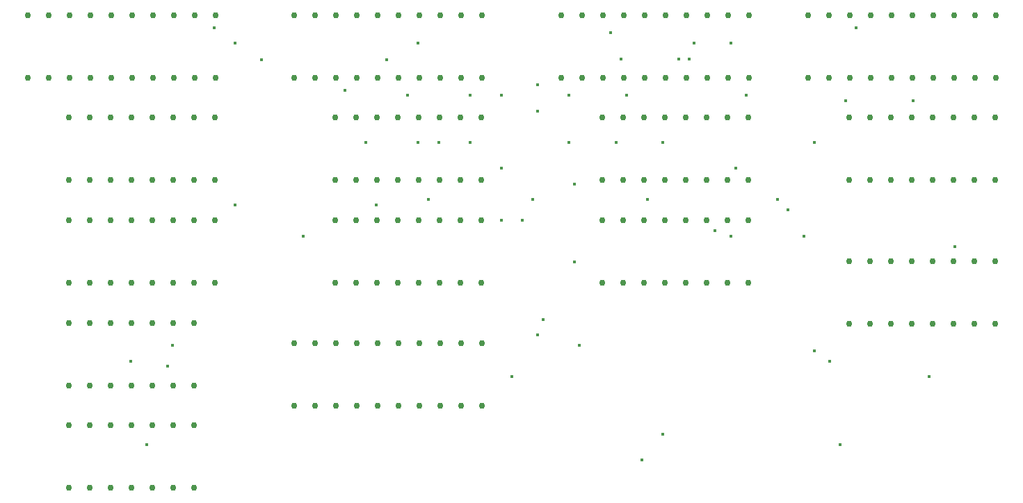
<source format=gbr>
G04 PROTEUS GERBER X2 FILE*
%TF.GenerationSoftware,Labcenter,Proteus,8.6-SP2-Build23525*%
%TF.CreationDate,2019-09-23T20:59:54+00:00*%
%TF.FileFunction,Plated,1,2,PTH*%
%TF.FilePolarity,Positive*%
%TF.Part,Single*%
%FSLAX45Y45*%
%MOMM*%
G01*
%TA.AperFunction,ViaDrill*%
%ADD24C,0.381000*%
%TA.AperFunction,ComponentDrill*%
%ADD25C,0.762000*%
%TD.AperFunction*%
D24*
X-1206500Y+8191500D03*
X-2730500Y+6794500D03*
X-11239500Y+6794500D03*
X-2921000Y+9461500D03*
X-2921000Y+6921500D03*
X-1524000Y+6604000D03*
X-10795000Y+6731000D03*
X-2603500Y+5778500D03*
X-11049000Y+5778500D03*
X-2540000Y+9969500D03*
X-1714500Y+9969500D03*
X-10223500Y+10858500D03*
X-6731000Y+8509000D03*
X-3048000Y+8318500D03*
X-3937000Y+8318500D03*
X-6477000Y+8509000D03*
X-3937000Y+10668000D03*
X-3238500Y+8636000D03*
X-7620000Y+8763000D03*
X-3365500Y+8763000D03*
X-7747000Y+10668000D03*
X-9969500Y+10668000D03*
X-9969500Y+8699500D03*
X-8255000Y+8699500D03*
X-4953000Y+8763000D03*
X-6350000Y+8763000D03*
X-2413000Y+10858500D03*
X-4381500Y+10668000D03*
X-6286500Y+9842500D03*
X-5905500Y+10033000D03*
X-5207000Y+10033000D03*
X-5270500Y+10477500D03*
X-4445000Y+10477500D03*
X-4572000Y+10477500D03*
X-9652000Y+10464800D03*
X-8128000Y+10464800D03*
X-8636000Y+10096500D03*
X-5397500Y+10795000D03*
X-6286500Y+7112000D03*
X-6286500Y+10160000D03*
X-6223000Y+7302500D03*
X-7874000Y+10033000D03*
X-7112000Y+10033000D03*
X-7112000Y+9461500D03*
X-7493000Y+9461500D03*
X-8382000Y+9461500D03*
X-7747000Y+9461500D03*
X-4762500Y+5905500D03*
X-5016500Y+5588000D03*
X-4127500Y+8382000D03*
X-3746500Y+10033000D03*
X-3873500Y+9144000D03*
X-6604000Y+6604000D03*
X-6731000Y+9144000D03*
X-6731000Y+10033000D03*
X-4762500Y+9461500D03*
X-5905500Y+9461500D03*
X-5778500Y+6985000D03*
X-10731500Y+6985000D03*
X-5334000Y+9461500D03*
X-5842000Y+8001000D03*
X-5842000Y+8953500D03*
X-9144000Y+8318500D03*
D25*
X-12000000Y+9000000D03*
X-11746000Y+9000000D03*
X-11492000Y+9000000D03*
X-11238000Y+9000000D03*
X-10984000Y+9000000D03*
X-10730000Y+9000000D03*
X-10476000Y+9000000D03*
X-10222000Y+9000000D03*
X-10222000Y+9762000D03*
X-10476000Y+9762000D03*
X-10730000Y+9762000D03*
X-10984000Y+9762000D03*
X-11238000Y+9762000D03*
X-11492000Y+9762000D03*
X-11746000Y+9762000D03*
X-12000000Y+9762000D03*
X-12000000Y+7750000D03*
X-11746000Y+7750000D03*
X-11492000Y+7750000D03*
X-11238000Y+7750000D03*
X-10984000Y+7750000D03*
X-10730000Y+7750000D03*
X-10476000Y+7750000D03*
X-10222000Y+7750000D03*
X-10222000Y+8512000D03*
X-10476000Y+8512000D03*
X-10730000Y+8512000D03*
X-10984000Y+8512000D03*
X-11238000Y+8512000D03*
X-11492000Y+8512000D03*
X-11746000Y+8512000D03*
X-12000000Y+8512000D03*
X-8750000Y+9000000D03*
X-8496000Y+9000000D03*
X-8242000Y+9000000D03*
X-7988000Y+9000000D03*
X-7734000Y+9000000D03*
X-7480000Y+9000000D03*
X-7226000Y+9000000D03*
X-6972000Y+9000000D03*
X-6972000Y+9762000D03*
X-7226000Y+9762000D03*
X-7480000Y+9762000D03*
X-7734000Y+9762000D03*
X-7988000Y+9762000D03*
X-8242000Y+9762000D03*
X-8496000Y+9762000D03*
X-8750000Y+9762000D03*
X-8750000Y+7750000D03*
X-8496000Y+7750000D03*
X-8242000Y+7750000D03*
X-7988000Y+7750000D03*
X-7734000Y+7750000D03*
X-7480000Y+7750000D03*
X-7226000Y+7750000D03*
X-6972000Y+7750000D03*
X-6972000Y+8512000D03*
X-7226000Y+8512000D03*
X-7480000Y+8512000D03*
X-7734000Y+8512000D03*
X-7988000Y+8512000D03*
X-8242000Y+8512000D03*
X-8496000Y+8512000D03*
X-8750000Y+8512000D03*
X-9250000Y+10250000D03*
X-8996000Y+10250000D03*
X-8742000Y+10250000D03*
X-8488000Y+10250000D03*
X-8234000Y+10250000D03*
X-7980000Y+10250000D03*
X-7726000Y+10250000D03*
X-7472000Y+10250000D03*
X-7218000Y+10250000D03*
X-6964000Y+10250000D03*
X-6964000Y+11012000D03*
X-7218000Y+11012000D03*
X-7472000Y+11012000D03*
X-7726000Y+11012000D03*
X-7980000Y+11012000D03*
X-8234000Y+11012000D03*
X-8488000Y+11012000D03*
X-8742000Y+11012000D03*
X-8996000Y+11012000D03*
X-9250000Y+11012000D03*
X-5500000Y+9000000D03*
X-5246000Y+9000000D03*
X-4992000Y+9000000D03*
X-4738000Y+9000000D03*
X-4484000Y+9000000D03*
X-4230000Y+9000000D03*
X-3976000Y+9000000D03*
X-3722000Y+9000000D03*
X-3722000Y+9762000D03*
X-3976000Y+9762000D03*
X-4230000Y+9762000D03*
X-4484000Y+9762000D03*
X-4738000Y+9762000D03*
X-4992000Y+9762000D03*
X-5246000Y+9762000D03*
X-5500000Y+9762000D03*
X-5500000Y+7750000D03*
X-5246000Y+7750000D03*
X-4992000Y+7750000D03*
X-4738000Y+7750000D03*
X-4484000Y+7750000D03*
X-4230000Y+7750000D03*
X-3976000Y+7750000D03*
X-3722000Y+7750000D03*
X-3722000Y+8512000D03*
X-3976000Y+8512000D03*
X-4230000Y+8512000D03*
X-4484000Y+8512000D03*
X-4738000Y+8512000D03*
X-4992000Y+8512000D03*
X-5246000Y+8512000D03*
X-5500000Y+8512000D03*
X-6000000Y+10250000D03*
X-5746000Y+10250000D03*
X-5492000Y+10250000D03*
X-5238000Y+10250000D03*
X-4984000Y+10250000D03*
X-4730000Y+10250000D03*
X-4476000Y+10250000D03*
X-4222000Y+10250000D03*
X-3968000Y+10250000D03*
X-3714000Y+10250000D03*
X-3714000Y+11012000D03*
X-3968000Y+11012000D03*
X-4222000Y+11012000D03*
X-4476000Y+11012000D03*
X-4730000Y+11012000D03*
X-4984000Y+11012000D03*
X-5238000Y+11012000D03*
X-5492000Y+11012000D03*
X-5746000Y+11012000D03*
X-6000000Y+11012000D03*
X-12000000Y+6500000D03*
X-11746000Y+6500000D03*
X-11492000Y+6500000D03*
X-11238000Y+6500000D03*
X-10984000Y+6500000D03*
X-10730000Y+6500000D03*
X-10476000Y+6500000D03*
X-10476000Y+7262000D03*
X-10730000Y+7262000D03*
X-10984000Y+7262000D03*
X-11238000Y+7262000D03*
X-11492000Y+7262000D03*
X-11746000Y+7262000D03*
X-12000000Y+7262000D03*
X-12000000Y+5250000D03*
X-11746000Y+5250000D03*
X-11492000Y+5250000D03*
X-11238000Y+5250000D03*
X-10984000Y+5250000D03*
X-10730000Y+5250000D03*
X-10476000Y+5250000D03*
X-10476000Y+6012000D03*
X-10730000Y+6012000D03*
X-10984000Y+6012000D03*
X-11238000Y+6012000D03*
X-11492000Y+6012000D03*
X-11746000Y+6012000D03*
X-12000000Y+6012000D03*
X-9250000Y+6250000D03*
X-8996000Y+6250000D03*
X-8742000Y+6250000D03*
X-8488000Y+6250000D03*
X-8234000Y+6250000D03*
X-7980000Y+6250000D03*
X-7726000Y+6250000D03*
X-7472000Y+6250000D03*
X-7218000Y+6250000D03*
X-6964000Y+6250000D03*
X-6964000Y+7012000D03*
X-7218000Y+7012000D03*
X-7472000Y+7012000D03*
X-7726000Y+7012000D03*
X-7980000Y+7012000D03*
X-8234000Y+7012000D03*
X-8488000Y+7012000D03*
X-8742000Y+7012000D03*
X-8996000Y+7012000D03*
X-9250000Y+7012000D03*
X-2500000Y+9000000D03*
X-2246000Y+9000000D03*
X-1992000Y+9000000D03*
X-1738000Y+9000000D03*
X-1484000Y+9000000D03*
X-1230000Y+9000000D03*
X-976000Y+9000000D03*
X-722000Y+9000000D03*
X-722000Y+9762000D03*
X-976000Y+9762000D03*
X-1230000Y+9762000D03*
X-1484000Y+9762000D03*
X-1738000Y+9762000D03*
X-1992000Y+9762000D03*
X-2246000Y+9762000D03*
X-2500000Y+9762000D03*
X-2500000Y+7250000D03*
X-2246000Y+7250000D03*
X-1992000Y+7250000D03*
X-1738000Y+7250000D03*
X-1484000Y+7250000D03*
X-1230000Y+7250000D03*
X-976000Y+7250000D03*
X-722000Y+7250000D03*
X-722000Y+8012000D03*
X-976000Y+8012000D03*
X-1230000Y+8012000D03*
X-1484000Y+8012000D03*
X-1738000Y+8012000D03*
X-1992000Y+8012000D03*
X-2246000Y+8012000D03*
X-2500000Y+8012000D03*
X-3000000Y+10250000D03*
X-2746000Y+10250000D03*
X-2492000Y+10250000D03*
X-2238000Y+10250000D03*
X-1984000Y+10250000D03*
X-1730000Y+10250000D03*
X-1476000Y+10250000D03*
X-1222000Y+10250000D03*
X-968000Y+10250000D03*
X-714000Y+10250000D03*
X-714000Y+11012000D03*
X-968000Y+11012000D03*
X-1222000Y+11012000D03*
X-1476000Y+11012000D03*
X-1730000Y+11012000D03*
X-1984000Y+11012000D03*
X-2238000Y+11012000D03*
X-2492000Y+11012000D03*
X-2746000Y+11012000D03*
X-3000000Y+11012000D03*
X-12500000Y+10250000D03*
X-12246000Y+10250000D03*
X-11992000Y+10250000D03*
X-11738000Y+10250000D03*
X-11484000Y+10250000D03*
X-11230000Y+10250000D03*
X-10976000Y+10250000D03*
X-10722000Y+10250000D03*
X-10468000Y+10250000D03*
X-10214000Y+10250000D03*
X-10214000Y+11012000D03*
X-10468000Y+11012000D03*
X-10722000Y+11012000D03*
X-10976000Y+11012000D03*
X-11230000Y+11012000D03*
X-11484000Y+11012000D03*
X-11738000Y+11012000D03*
X-11992000Y+11012000D03*
X-12246000Y+11012000D03*
X-12500000Y+11012000D03*
M02*

</source>
